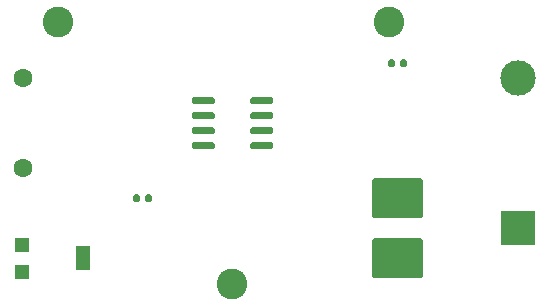
<source format=gbr>
%TF.GenerationSoftware,KiCad,Pcbnew,(5.1.9)-1*%
%TF.CreationDate,2021-03-21T15:36:50-07:00*%
%TF.ProjectId,light,6c696768-742e-46b6-9963-61645f706362,rev?*%
%TF.SameCoordinates,Original*%
%TF.FileFunction,Soldermask,Top*%
%TF.FilePolarity,Negative*%
%FSLAX46Y46*%
G04 Gerber Fmt 4.6, Leading zero omitted, Abs format (unit mm)*
G04 Created by KiCad (PCBNEW (5.1.9)-1) date 2021-03-21 15:36:50*
%MOMM*%
%LPD*%
G01*
G04 APERTURE LIST*
%ADD10R,1.300000X1.300000*%
%ADD11R,1.300000X2.000000*%
%ADD12C,1.600000*%
%ADD13C,2.600000*%
%ADD14R,3.000000X3.000000*%
%ADD15C,3.000000*%
G04 APERTURE END LIST*
%TO.C,U1*%
G36*
G01*
X149630000Y-94465000D02*
X149630000Y-94765000D01*
G75*
G02*
X149480000Y-94915000I-150000J0D01*
G01*
X147830000Y-94915000D01*
G75*
G02*
X147680000Y-94765000I0J150000D01*
G01*
X147680000Y-94465000D01*
G75*
G02*
X147830000Y-94315000I150000J0D01*
G01*
X149480000Y-94315000D01*
G75*
G02*
X149630000Y-94465000I0J-150000D01*
G01*
G37*
G36*
G01*
X149630000Y-93195000D02*
X149630000Y-93495000D01*
G75*
G02*
X149480000Y-93645000I-150000J0D01*
G01*
X147830000Y-93645000D01*
G75*
G02*
X147680000Y-93495000I0J150000D01*
G01*
X147680000Y-93195000D01*
G75*
G02*
X147830000Y-93045000I150000J0D01*
G01*
X149480000Y-93045000D01*
G75*
G02*
X149630000Y-93195000I0J-150000D01*
G01*
G37*
G36*
G01*
X149630000Y-91925000D02*
X149630000Y-92225000D01*
G75*
G02*
X149480000Y-92375000I-150000J0D01*
G01*
X147830000Y-92375000D01*
G75*
G02*
X147680000Y-92225000I0J150000D01*
G01*
X147680000Y-91925000D01*
G75*
G02*
X147830000Y-91775000I150000J0D01*
G01*
X149480000Y-91775000D01*
G75*
G02*
X149630000Y-91925000I0J-150000D01*
G01*
G37*
G36*
G01*
X149630000Y-90655000D02*
X149630000Y-90955000D01*
G75*
G02*
X149480000Y-91105000I-150000J0D01*
G01*
X147830000Y-91105000D01*
G75*
G02*
X147680000Y-90955000I0J150000D01*
G01*
X147680000Y-90655000D01*
G75*
G02*
X147830000Y-90505000I150000J0D01*
G01*
X149480000Y-90505000D01*
G75*
G02*
X149630000Y-90655000I0J-150000D01*
G01*
G37*
G36*
G01*
X154580000Y-90655000D02*
X154580000Y-90955000D01*
G75*
G02*
X154430000Y-91105000I-150000J0D01*
G01*
X152780000Y-91105000D01*
G75*
G02*
X152630000Y-90955000I0J150000D01*
G01*
X152630000Y-90655000D01*
G75*
G02*
X152780000Y-90505000I150000J0D01*
G01*
X154430000Y-90505000D01*
G75*
G02*
X154580000Y-90655000I0J-150000D01*
G01*
G37*
G36*
G01*
X154580000Y-91925000D02*
X154580000Y-92225000D01*
G75*
G02*
X154430000Y-92375000I-150000J0D01*
G01*
X152780000Y-92375000D01*
G75*
G02*
X152630000Y-92225000I0J150000D01*
G01*
X152630000Y-91925000D01*
G75*
G02*
X152780000Y-91775000I150000J0D01*
G01*
X154430000Y-91775000D01*
G75*
G02*
X154580000Y-91925000I0J-150000D01*
G01*
G37*
G36*
G01*
X154580000Y-93195000D02*
X154580000Y-93495000D01*
G75*
G02*
X154430000Y-93645000I-150000J0D01*
G01*
X152780000Y-93645000D01*
G75*
G02*
X152630000Y-93495000I0J150000D01*
G01*
X152630000Y-93195000D01*
G75*
G02*
X152780000Y-93045000I150000J0D01*
G01*
X154430000Y-93045000D01*
G75*
G02*
X154580000Y-93195000I0J-150000D01*
G01*
G37*
G36*
G01*
X154580000Y-94465000D02*
X154580000Y-94765000D01*
G75*
G02*
X154430000Y-94915000I-150000J0D01*
G01*
X152780000Y-94915000D01*
G75*
G02*
X152630000Y-94765000I0J150000D01*
G01*
X152630000Y-94465000D01*
G75*
G02*
X152780000Y-94315000I150000J0D01*
G01*
X154430000Y-94315000D01*
G75*
G02*
X154580000Y-94465000I0J-150000D01*
G01*
G37*
%TD*%
D10*
%TO.C,RV1*%
X133290000Y-102990000D03*
D11*
X138490000Y-104140000D03*
D10*
X133290000Y-105290000D03*
%TD*%
%TO.C,R3*%
G36*
G01*
X164320000Y-87815000D02*
X164320000Y-87445000D01*
G75*
G02*
X164455000Y-87310000I135000J0D01*
G01*
X164725000Y-87310000D01*
G75*
G02*
X164860000Y-87445000I0J-135000D01*
G01*
X164860000Y-87815000D01*
G75*
G02*
X164725000Y-87950000I-135000J0D01*
G01*
X164455000Y-87950000D01*
G75*
G02*
X164320000Y-87815000I0J135000D01*
G01*
G37*
G36*
G01*
X165340000Y-87815000D02*
X165340000Y-87445000D01*
G75*
G02*
X165475000Y-87310000I135000J0D01*
G01*
X165745000Y-87310000D01*
G75*
G02*
X165880000Y-87445000I0J-135000D01*
G01*
X165880000Y-87815000D01*
G75*
G02*
X165745000Y-87950000I-135000J0D01*
G01*
X165475000Y-87950000D01*
G75*
G02*
X165340000Y-87815000I0J135000D01*
G01*
G37*
%TD*%
%TO.C,R2*%
G36*
G01*
X143270000Y-98875000D02*
X143270000Y-99245000D01*
G75*
G02*
X143135000Y-99380000I-135000J0D01*
G01*
X142865000Y-99380000D01*
G75*
G02*
X142730000Y-99245000I0J135000D01*
G01*
X142730000Y-98875000D01*
G75*
G02*
X142865000Y-98740000I135000J0D01*
G01*
X143135000Y-98740000D01*
G75*
G02*
X143270000Y-98875000I0J-135000D01*
G01*
G37*
G36*
G01*
X144290000Y-98875000D02*
X144290000Y-99245000D01*
G75*
G02*
X144155000Y-99380000I-135000J0D01*
G01*
X143885000Y-99380000D01*
G75*
G02*
X143750000Y-99245000I0J135000D01*
G01*
X143750000Y-98875000D01*
G75*
G02*
X143885000Y-98740000I135000J0D01*
G01*
X144155000Y-98740000D01*
G75*
G02*
X144290000Y-98875000I0J-135000D01*
G01*
G37*
%TD*%
D12*
%TO.C,R1*%
X133350000Y-96500000D03*
X133350000Y-88900000D03*
%TD*%
%TO.C,D1*%
G36*
G01*
X163174999Y-102450000D02*
X167025001Y-102450000D01*
G75*
G02*
X167275000Y-102699999I0J-249999D01*
G01*
X167275000Y-105575001D01*
G75*
G02*
X167025001Y-105825000I-249999J0D01*
G01*
X163174999Y-105825000D01*
G75*
G02*
X162925000Y-105575001I0J249999D01*
G01*
X162925000Y-102699999D01*
G75*
G02*
X163174999Y-102450000I249999J0D01*
G01*
G37*
G36*
G01*
X163174999Y-97375000D02*
X167025001Y-97375000D01*
G75*
G02*
X167275000Y-97624999I0J-249999D01*
G01*
X167275000Y-100500001D01*
G75*
G02*
X167025001Y-100750000I-249999J0D01*
G01*
X163174999Y-100750000D01*
G75*
G02*
X162925000Y-100500001I0J249999D01*
G01*
X162925000Y-97624999D01*
G75*
G02*
X163174999Y-97375000I249999J0D01*
G01*
G37*
%TD*%
D13*
%TO.C,BT1*%
X151110000Y-106350000D03*
X136360000Y-84150000D03*
X164360000Y-84150000D03*
D14*
X175260000Y-101600000D03*
D15*
X175260000Y-88900000D03*
%TD*%
M02*

</source>
